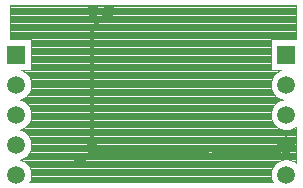
<source format=gbr>
G04 DipTrace 3.0.0.2*
G04 Bottom.gbr*
%MOIN*%
G04 #@! TF.FileFunction,Copper,L2,Bot*
G04 #@! TF.Part,Single*
G04 #@! TA.AperFunction,Conductor*
%ADD14C,0.012992*%
G04 #@! TA.AperFunction,CopperBalancing*
%ADD16C,0.003937*%
G04 #@! TA.AperFunction,ComponentPad*
%ADD17R,0.059055X0.059055*%
%ADD18C,0.059055*%
G04 #@! TA.AperFunction,ViaPad*
%ADD20C,0.04*%
%FSLAX26Y26*%
G04*
G70*
G90*
G75*
G01*
G04 Bottom*
%LPD*%
X754987Y992591D2*
D14*
X697507Y935110D1*
Y536291D1*
X714042Y519756D1*
X1066010D1*
X1343963Y546528D2*
X1317192Y519756D1*
X1115617D1*
D20*
X656562Y495346D3*
X697507Y536291D3*
X699475Y992591D3*
X754987D3*
X1115617Y519756D3*
X1066010D3*
X423885Y1007289D2*
D16*
X1375853D1*
X423885Y1003483D2*
X1375853D1*
X423885Y999677D2*
X1375853D1*
X423885Y995871D2*
X1375853D1*
X423885Y992066D2*
X1375853D1*
X423885Y988260D2*
X1375853D1*
X423885Y984454D2*
X1375853D1*
X423885Y980648D2*
X1375853D1*
X423885Y976843D2*
X1375853D1*
X423885Y973037D2*
X1375853D1*
X423885Y969231D2*
X1375853D1*
X423885Y965425D2*
X1375853D1*
X423885Y961619D2*
X1375853D1*
X423885Y957814D2*
X1375853D1*
X423885Y954008D2*
X1375853D1*
X423885Y950202D2*
X1375853D1*
X423885Y946396D2*
X1375853D1*
X423885Y942591D2*
X1375853D1*
X423885Y938785D2*
X1375853D1*
X423885Y934979D2*
X1375853D1*
X423885Y931173D2*
X1375853D1*
X423885Y927367D2*
X1375853D1*
X423885Y923562D2*
X1375853D1*
X423885Y919756D2*
X1375853D1*
X423885Y915950D2*
X1375853D1*
X423885Y912144D2*
X1375853D1*
X423885Y908339D2*
X1375853D1*
X423885Y904533D2*
X1375853D1*
X423885Y900727D2*
X1375853D1*
X495693Y896921D2*
X1292234D1*
X495693Y893115D2*
X1292234D1*
X495693Y889310D2*
X1292234D1*
X495693Y885504D2*
X1292234D1*
X495693Y881698D2*
X1292234D1*
X495693Y877892D2*
X1292234D1*
X495693Y874087D2*
X1292234D1*
X495693Y870281D2*
X1292234D1*
X495693Y866475D2*
X1292234D1*
X495693Y862669D2*
X1292234D1*
X495693Y858864D2*
X1292234D1*
X495693Y855058D2*
X1292234D1*
X495693Y851252D2*
X1292234D1*
X495693Y847446D2*
X1292234D1*
X495693Y843640D2*
X1292234D1*
X495693Y839835D2*
X1292234D1*
X495693Y836029D2*
X1292234D1*
X495693Y832223D2*
X1292234D1*
X495693Y828417D2*
X1292234D1*
X495693Y824612D2*
X1292234D1*
X495693Y820806D2*
X1292234D1*
X495693Y817000D2*
X1292234D1*
X495693Y813194D2*
X1292234D1*
X495693Y809388D2*
X1292234D1*
X495693Y805583D2*
X1292234D1*
X495693Y801777D2*
X1292234D1*
X495693Y797971D2*
X1292234D1*
X463497Y794165D2*
X1324430D1*
X471086Y790360D2*
X1316840D1*
X476507Y786554D2*
X1311419D1*
X480737Y782748D2*
X1307190D1*
X484166Y778942D2*
X1303760D1*
X486988Y775136D2*
X1300938D1*
X489303Y771331D2*
X1298624D1*
X491202Y767525D2*
X1296725D1*
X492732Y763719D2*
X1295194D1*
X493916Y759913D2*
X1294010D1*
X494793Y756108D2*
X1293134D1*
X495370Y752302D2*
X1292557D1*
X495654Y748496D2*
X1292272D1*
X495662Y744690D2*
X1292265D1*
X495385Y740885D2*
X1292541D1*
X494816Y737079D2*
X1293110D1*
X493955Y733273D2*
X1293972D1*
X492778Y729467D2*
X1295148D1*
X491263Y725661D2*
X1296663D1*
X489380Y721856D2*
X1298547D1*
X487073Y718050D2*
X1300854D1*
X484274Y714244D2*
X1303653D1*
X480867Y710438D2*
X1307059D1*
X476669Y706633D2*
X1311258D1*
X471302Y702827D2*
X1316625D1*
X463820Y699021D2*
X1324107D1*
X460644Y695215D2*
X1327282D1*
X469279Y691409D2*
X1318647D1*
X475154Y687604D2*
X1312772D1*
X479660Y683798D2*
X1308266D1*
X483290Y679992D2*
X1304637D1*
X486265Y676186D2*
X1301661D1*
X488711Y672381D2*
X1299216D1*
X490718Y668575D2*
X1297209D1*
X492348Y664769D2*
X1295579D1*
X493624Y660963D2*
X1294302D1*
X494585Y657157D2*
X1293341D1*
X495239Y653352D2*
X1292688D1*
X495608Y649546D2*
X1292318D1*
X495693Y645740D2*
X1292234D1*
X495493Y641934D2*
X1292434D1*
X495001Y638129D2*
X1292926D1*
X494224Y634323D2*
X1293703D1*
X493132Y630517D2*
X1294794D1*
X491717Y626711D2*
X1296209D1*
X489941Y622906D2*
X1297986D1*
X487757Y619100D2*
X1300169D1*
X485104Y615294D2*
X1302822D1*
X481882Y611488D2*
X1306044D1*
X477922Y607682D2*
X1310004D1*
X472932Y603877D2*
X1314995D1*
X1372930D2*
X1375853D1*
X466204Y600071D2*
X1321723D1*
X1366210D2*
X1375853D1*
X457076Y596265D2*
X1333111D1*
X1354814D2*
X1375853D1*
X467288Y592459D2*
X1375853D1*
X473701Y588654D2*
X1375853D1*
X478522Y584848D2*
X1375853D1*
X482359Y581042D2*
X1375853D1*
X485496Y577236D2*
X1375853D1*
X488080Y573430D2*
X1375853D1*
X490210Y569625D2*
X1375853D1*
X491932Y565819D2*
X1375853D1*
X493301Y562013D2*
X1375853D1*
X494347Y558207D2*
X1375853D1*
X495085Y554402D2*
X1375853D1*
X495531Y550596D2*
X1375853D1*
X495693Y546790D2*
X1375853D1*
X495570Y542984D2*
X1375853D1*
X495170Y539178D2*
X1375853D1*
X494470Y535373D2*
X1375853D1*
X493470Y531567D2*
X1375853D1*
X492140Y527761D2*
X1375853D1*
X490464Y523955D2*
X1375853D1*
X488403Y520150D2*
X1375853D1*
X485889Y516344D2*
X1375853D1*
X482836Y512538D2*
X1375853D1*
X479099Y508732D2*
X1375853D1*
X474439Y504927D2*
X1375853D1*
X468310Y501121D2*
X1375853D1*
X458975Y497315D2*
X1336072D1*
X1351861D2*
X1375853D1*
X465050Y493509D2*
X1322876D1*
X1365056D2*
X1375853D1*
X472132Y489703D2*
X1315794D1*
X1372131D2*
X1375853D1*
X477307Y485898D2*
X1310619D1*
X481383Y482092D2*
X1306544D1*
X484697Y478286D2*
X1303230D1*
X487419Y474480D2*
X1300508D1*
X489664Y470675D2*
X1298262D1*
X491494Y466869D2*
X1296432D1*
X492963Y463063D2*
X1294964D1*
X494093Y459257D2*
X1293833D1*
X494916Y455451D2*
X1293011D1*
X495439Y451646D2*
X1292488D1*
X495677Y447840D2*
X1292249D1*
X495631Y444034D2*
X1292295D1*
X495308Y440228D2*
X1292618D1*
X494693Y436423D2*
X1293234D1*
X493778Y432617D2*
X1294149D1*
X492540Y428811D2*
X1295387D1*
X490964Y425005D2*
X1296963D1*
X489010Y421199D2*
X1298916D1*
X423483Y897866D2*
X495302D1*
Y795189D1*
X460322D1*
X463354Y794064D1*
X466938Y792438D1*
X470388Y790543D1*
X473683Y788389D1*
X476802Y785989D1*
X479729Y783358D1*
X482446Y780509D1*
X484936Y777461D1*
X487185Y774231D1*
X489181Y770839D1*
X490910Y767303D1*
X492364Y763645D1*
X493533Y759887D1*
X494411Y756050D1*
X494992Y752157D1*
X495274Y748231D1*
X495264Y744560D1*
X494963Y740635D1*
X494361Y736745D1*
X493464Y732913D1*
X492275Y729161D1*
X490803Y725510D1*
X489055Y721984D1*
X487042Y718601D1*
X484776Y715383D1*
X482270Y712348D1*
X479539Y709513D1*
X476598Y706897D1*
X473466Y704513D1*
X470161Y702376D1*
X466701Y700499D1*
X463108Y698892D1*
X459402Y697565D1*
X455613Y696528D1*
X459655Y695409D1*
X463354Y694064D1*
X466938Y692438D1*
X470388Y690543D1*
X473683Y688389D1*
X476802Y685989D1*
X479729Y683358D1*
X482446Y680509D1*
X484936Y677461D1*
X487185Y674231D1*
X489181Y670839D1*
X490910Y667303D1*
X492364Y663645D1*
X493533Y659887D1*
X494411Y656050D1*
X494992Y652157D1*
X495274Y648231D1*
X495264Y644560D1*
X494963Y640635D1*
X494361Y636745D1*
X493464Y632913D1*
X492275Y629161D1*
X490803Y625510D1*
X489055Y621984D1*
X487042Y618601D1*
X484776Y615383D1*
X482270Y612348D1*
X479539Y609513D1*
X476598Y606897D1*
X473466Y604513D1*
X470161Y602376D1*
X466701Y600499D1*
X463108Y598892D1*
X459402Y597565D1*
X455613Y596528D1*
X459655Y595409D1*
X463354Y594064D1*
X466938Y592438D1*
X470388Y590543D1*
X473683Y588389D1*
X476802Y585989D1*
X479729Y583358D1*
X482446Y580509D1*
X484936Y577461D1*
X487185Y574231D1*
X489181Y570839D1*
X490910Y567303D1*
X492364Y563645D1*
X493533Y559887D1*
X494411Y556050D1*
X494992Y552157D1*
X495274Y548231D1*
X495264Y544560D1*
X494963Y540635D1*
X494361Y536745D1*
X493464Y532913D1*
X492275Y529161D1*
X490803Y525510D1*
X489055Y521984D1*
X487042Y518601D1*
X484776Y515383D1*
X482270Y512348D1*
X479539Y509513D1*
X476598Y506897D1*
X473466Y504513D1*
X470161Y502376D1*
X466701Y500499D1*
X463108Y498892D1*
X459402Y497565D1*
X455613Y496528D1*
X459655Y495409D1*
X463354Y494064D1*
X466938Y492438D1*
X470388Y490543D1*
X473683Y488389D1*
X476802Y485989D1*
X479729Y483358D1*
X482446Y480509D1*
X484936Y477461D1*
X487185Y474231D1*
X489181Y470839D1*
X490910Y467303D1*
X492364Y463645D1*
X493533Y459887D1*
X494411Y456050D1*
X494992Y452157D1*
X495274Y448231D1*
X495264Y444560D1*
X494963Y440635D1*
X494361Y436745D1*
X493464Y432913D1*
X492275Y429161D1*
X490803Y425510D1*
X489055Y421984D1*
X488229Y420534D1*
X706955Y420543D1*
X1299683D1*
X1297905Y423849D1*
X1296303Y427444D1*
X1294981Y431152D1*
X1293947Y434949D1*
X1293207Y438815D1*
X1292766Y442726D1*
X1292625Y446660D1*
X1292786Y450593D1*
X1293248Y454502D1*
X1294008Y458364D1*
X1295061Y462156D1*
X1296402Y465857D1*
X1298023Y469443D1*
X1299914Y472896D1*
X1302063Y476193D1*
X1304459Y479316D1*
X1307087Y482246D1*
X1309932Y484966D1*
X1312977Y487460D1*
X1316204Y489714D1*
X1319594Y491714D1*
X1323127Y493448D1*
X1326783Y494906D1*
X1330540Y496080D1*
X1334376Y496963D1*
X1338268Y497549D1*
X1342194Y497836D1*
X1346130Y497820D1*
X1350053Y497504D1*
X1353940Y496887D1*
X1357769Y495975D1*
X1361517Y494772D1*
X1365162Y493285D1*
X1368681Y491524D1*
X1372056Y489498D1*
X1375265Y487219D1*
X1376256Y486427D1*
X1376247Y606605D1*
X1373466Y604513D1*
X1370161Y602376D1*
X1366701Y600499D1*
X1363108Y598892D1*
X1359402Y597565D1*
X1355606Y596527D1*
X1351741Y595782D1*
X1347830Y595335D1*
X1343897Y595189D1*
X1339964Y595345D1*
X1336055Y595802D1*
X1332192Y596557D1*
X1328398Y597605D1*
X1324696Y598942D1*
X1321107Y600558D1*
X1317652Y602444D1*
X1314352Y604589D1*
X1311226Y606981D1*
X1308293Y609605D1*
X1305569Y612447D1*
X1303071Y615488D1*
X1300813Y618712D1*
X1298809Y622100D1*
X1297070Y625631D1*
X1295607Y629285D1*
X1294428Y633041D1*
X1293540Y636875D1*
X1292949Y640767D1*
X1292658Y644692D1*
X1292668Y648628D1*
X1292979Y652552D1*
X1293591Y656440D1*
X1294498Y660270D1*
X1295696Y664019D1*
X1297178Y667666D1*
X1298935Y671188D1*
X1300957Y674565D1*
X1303231Y677777D1*
X1305745Y680806D1*
X1308483Y683633D1*
X1311430Y686242D1*
X1314569Y688618D1*
X1317880Y690746D1*
X1321344Y692615D1*
X1324941Y694212D1*
X1328650Y695529D1*
X1332323Y696527D1*
X1328398Y697605D1*
X1324696Y698942D1*
X1321107Y700558D1*
X1317652Y702444D1*
X1314352Y704589D1*
X1311226Y706981D1*
X1308293Y709605D1*
X1305569Y712447D1*
X1303071Y715488D1*
X1300813Y718712D1*
X1298809Y722100D1*
X1297070Y725631D1*
X1295607Y729285D1*
X1294428Y733041D1*
X1293540Y736875D1*
X1292949Y740767D1*
X1292658Y744692D1*
X1292668Y748628D1*
X1292979Y752552D1*
X1293591Y756440D1*
X1294498Y760270D1*
X1295696Y764019D1*
X1297178Y767666D1*
X1298935Y771188D1*
X1300957Y774565D1*
X1303231Y777777D1*
X1305745Y780806D1*
X1308483Y783633D1*
X1311430Y786242D1*
X1314569Y788618D1*
X1317880Y790746D1*
X1321344Y792615D1*
X1324941Y794212D1*
X1327637Y795191D1*
X1292625Y795189D1*
Y897866D1*
X1376263D1*
X1376247Y938260D1*
Y1011094D1*
X423491D1*
Y897867D1*
D17*
X1343963Y846528D3*
D18*
Y746528D3*
Y646528D3*
Y546528D3*
Y446528D3*
D17*
X443963Y846528D3*
D18*
Y746528D3*
Y646528D3*
Y546528D3*
Y446528D3*
M02*

</source>
